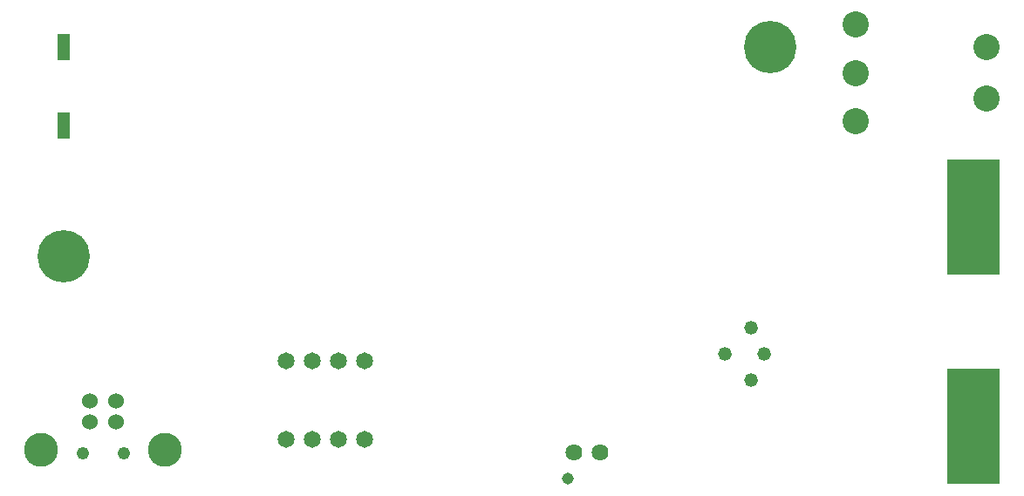
<source format=gbs>
G04 (created by PCBNEW-RS274X (2011-12-28 BZR 3254)-stable) date 9/2/2012 2:21:17 PM*
G01*
G70*
G90*
%MOIN*%
G04 Gerber Fmt 3.4, Leading zero omitted, Abs format*
%FSLAX34Y34*%
G04 APERTURE LIST*
%ADD10C,0.006000*%
%ADD11R,0.050000X0.100000*%
%ADD12R,0.200000X0.120000*%
%ADD13R,0.200000X0.440000*%
%ADD14C,0.065000*%
%ADD15C,0.048000*%
%ADD16C,0.060000*%
%ADD17C,0.130000*%
%ADD18C,0.200000*%
%ADD19C,0.045000*%
%ADD20C,0.064000*%
%ADD21C,0.052000*%
%ADD22C,0.100000*%
G04 APERTURE END LIST*
G54D10*
G54D11*
X12000Y-12000D03*
X12000Y-15000D03*
G54D12*
X46750Y-17000D03*
X46750Y-20000D03*
G54D13*
X46750Y-18500D03*
G54D12*
X46750Y-25000D03*
X46750Y-28000D03*
G54D13*
X46750Y-26500D03*
G54D14*
X20500Y-27000D03*
X23500Y-27000D03*
X23500Y-24000D03*
X20500Y-24000D03*
X21500Y-27000D03*
X22500Y-27000D03*
X22500Y-24000D03*
X21500Y-24000D03*
G54D15*
X12713Y-27547D03*
X14287Y-27547D03*
G54D16*
X14000Y-25550D03*
X13000Y-25550D03*
X13000Y-26337D03*
X14000Y-26337D03*
G54D17*
X15862Y-27400D03*
X11138Y-27400D03*
G54D18*
X39000Y-12000D03*
X12000Y-20000D03*
G54D19*
X31250Y-28500D03*
G54D20*
X32500Y-27500D03*
X31500Y-27500D03*
G54D21*
X38250Y-24750D03*
X38250Y-22750D03*
X37250Y-23750D03*
X38750Y-23750D03*
G54D22*
X47250Y-12016D03*
X47250Y-13984D03*
X42250Y-11150D03*
X42250Y-13000D03*
X42250Y-14850D03*
M02*

</source>
